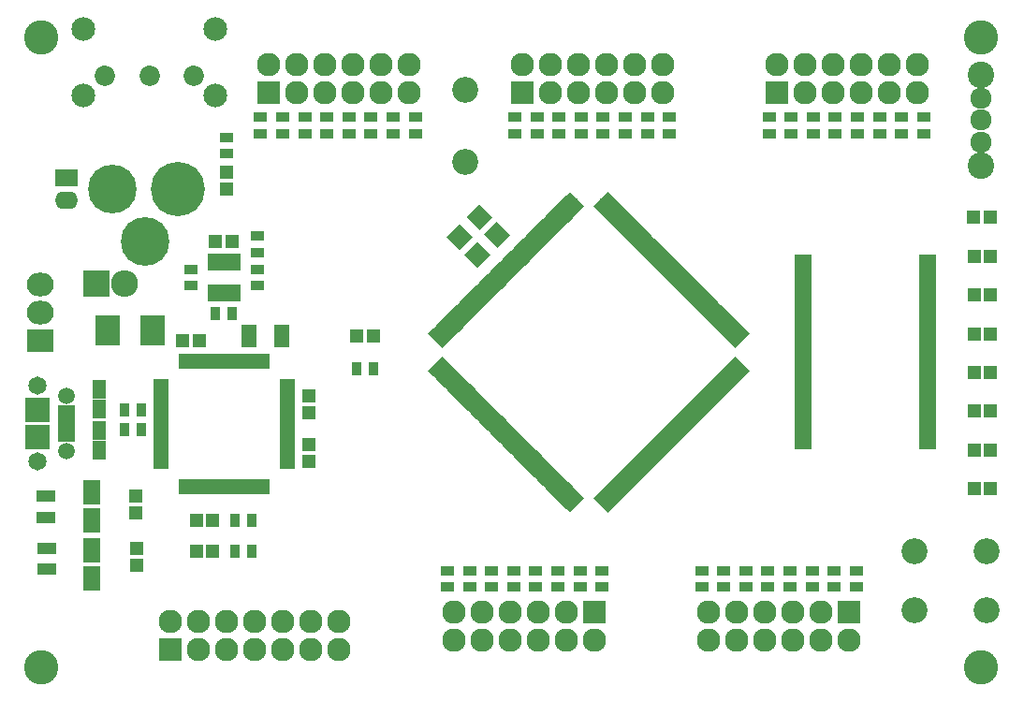
<source format=gts>
G04 #@! TF.GenerationSoftware,KiCad,Pcbnew,(2017-01-24 revision 0b6147e)-makepkg*
G04 #@! TF.CreationDate,2017-09-23T08:26:01-07:00*
G04 #@! TF.ProjectId,Spartan6Dev,5370617274616E364465762E6B696361,rev?*
G04 #@! TF.FileFunction,Soldermask,Top*
G04 #@! TF.FilePolarity,Negative*
%FSLAX46Y46*%
G04 Gerber Fmt 4.6, Leading zero omitted, Abs format (unit mm)*
G04 Created by KiCad (PCBNEW (2017-01-24 revision 0b6147e)-makepkg) date 09/23/17 08:26:01*
%MOMM*%
%LPD*%
G01*
G04 APERTURE LIST*
%ADD10C,0.100000*%
%ADD11C,0.650000*%
%ADD12R,2.127200X2.127200*%
%ADD13O,2.127200X2.127200*%
%ADD14R,1.400000X0.650000*%
%ADD15R,0.650000X1.400000*%
%ADD16R,1.300000X0.900000*%
%ADD17R,1.200000X1.150000*%
%ADD18R,1.150000X1.200000*%
%ADD19R,1.630000X2.200000*%
%ADD20R,1.400000X2.000000*%
%ADD21R,1.700000X1.100000*%
%ADD22R,1.197560X1.197560*%
%ADD23R,2.432000X2.127200*%
%ADD24O,2.432000X2.127200*%
%ADD25R,0.900000X1.300000*%
%ADD26R,2.300000X2.800000*%
%ADD27R,1.602740X0.652780*%
%ADD28R,2.299920X2.299920*%
%ADD29C,1.650006*%
%ADD30C,1.504000*%
%ADD31C,4.400000*%
%ADD32C,4.900000*%
%ADD33R,1.000000X1.500000*%
%ADD34R,1.600000X0.900000*%
%ADD35C,1.640000*%
%ADD36C,2.127200*%
%ADD37R,2.100000X1.600000*%
%ADD38O,2.100000X1.600000*%
%ADD39R,1.160000X1.670000*%
%ADD40C,3.100000*%
%ADD41R,2.432000X2.432000*%
%ADD42O,2.432000X2.432000*%
%ADD43C,1.924000*%
%ADD44C,2.400000*%
%ADD45C,2.350000*%
%ADD46C,1.850000*%
%ADD47C,2.150000*%
G04 APERTURE END LIST*
D10*
D11*
X97647161Y-107227208D03*
D10*
G36*
X98071425Y-106343325D02*
X98531044Y-106802944D01*
X97222897Y-108111091D01*
X96763278Y-107651472D01*
X98071425Y-106343325D01*
X98071425Y-106343325D01*
G37*
D11*
X97293607Y-106873654D03*
D10*
G36*
X97717871Y-105989771D02*
X98177490Y-106449390D01*
X96869343Y-107757537D01*
X96409724Y-107297918D01*
X97717871Y-105989771D01*
X97717871Y-105989771D01*
G37*
D11*
X96940054Y-106520101D03*
D10*
G36*
X97364318Y-105636218D02*
X97823937Y-106095837D01*
X96515790Y-107403984D01*
X96056171Y-106944365D01*
X97364318Y-105636218D01*
X97364318Y-105636218D01*
G37*
D11*
X96586501Y-106166548D03*
D10*
G36*
X97010765Y-105282665D02*
X97470384Y-105742284D01*
X96162237Y-107050431D01*
X95702618Y-106590812D01*
X97010765Y-105282665D01*
X97010765Y-105282665D01*
G37*
D11*
X96232947Y-105812994D03*
D10*
G36*
X96657211Y-104929111D02*
X97116830Y-105388730D01*
X95808683Y-106696877D01*
X95349064Y-106237258D01*
X96657211Y-104929111D01*
X96657211Y-104929111D01*
G37*
D11*
X95879394Y-105459441D03*
D10*
G36*
X96303658Y-104575558D02*
X96763277Y-105035177D01*
X95455130Y-106343324D01*
X94995511Y-105883705D01*
X96303658Y-104575558D01*
X96303658Y-104575558D01*
G37*
D11*
X95525841Y-105105887D03*
D10*
G36*
X95950105Y-104222004D02*
X96409724Y-104681623D01*
X95101577Y-105989770D01*
X94641958Y-105530151D01*
X95950105Y-104222004D01*
X95950105Y-104222004D01*
G37*
D11*
X95172287Y-104752334D03*
D10*
G36*
X95596551Y-103868451D02*
X96056170Y-104328070D01*
X94748023Y-105636217D01*
X94288404Y-105176598D01*
X95596551Y-103868451D01*
X95596551Y-103868451D01*
G37*
D11*
X94818734Y-104398781D03*
D10*
G36*
X95242998Y-103514898D02*
X95702617Y-103974517D01*
X94394470Y-105282664D01*
X93934851Y-104823045D01*
X95242998Y-103514898D01*
X95242998Y-103514898D01*
G37*
D11*
X94465180Y-104045227D03*
D10*
G36*
X94889444Y-103161344D02*
X95349063Y-103620963D01*
X94040916Y-104929110D01*
X93581297Y-104469491D01*
X94889444Y-103161344D01*
X94889444Y-103161344D01*
G37*
D11*
X94111627Y-103691674D03*
D10*
G36*
X94535891Y-102807791D02*
X94995510Y-103267410D01*
X93687363Y-104575557D01*
X93227744Y-104115938D01*
X94535891Y-102807791D01*
X94535891Y-102807791D01*
G37*
D11*
X93758074Y-103338120D03*
D10*
G36*
X94182338Y-102454237D02*
X94641957Y-102913856D01*
X93333810Y-104222003D01*
X92874191Y-103762384D01*
X94182338Y-102454237D01*
X94182338Y-102454237D01*
G37*
D11*
X93404520Y-102984567D03*
D10*
G36*
X93828784Y-102100684D02*
X94288403Y-102560303D01*
X92980256Y-103868450D01*
X92520637Y-103408831D01*
X93828784Y-102100684D01*
X93828784Y-102100684D01*
G37*
D11*
X93050967Y-102631014D03*
D10*
G36*
X93475231Y-101747131D02*
X93934850Y-102206750D01*
X92626703Y-103514897D01*
X92167084Y-103055278D01*
X93475231Y-101747131D01*
X93475231Y-101747131D01*
G37*
D11*
X92697413Y-102277460D03*
D10*
G36*
X93121677Y-101393577D02*
X93581296Y-101853196D01*
X92273149Y-103161343D01*
X91813530Y-102701724D01*
X93121677Y-101393577D01*
X93121677Y-101393577D01*
G37*
D11*
X92343860Y-101923907D03*
D10*
G36*
X92768124Y-101040024D02*
X93227743Y-101499643D01*
X91919596Y-102807790D01*
X91459977Y-102348171D01*
X92768124Y-101040024D01*
X92768124Y-101040024D01*
G37*
D11*
X91990307Y-101570354D03*
D10*
G36*
X92414571Y-100686471D02*
X92874190Y-101146090D01*
X91566043Y-102454237D01*
X91106424Y-101994618D01*
X92414571Y-100686471D01*
X92414571Y-100686471D01*
G37*
D11*
X91636753Y-101216800D03*
D10*
G36*
X92061017Y-100332917D02*
X92520636Y-100792536D01*
X91212489Y-102100683D01*
X90752870Y-101641064D01*
X92061017Y-100332917D01*
X92061017Y-100332917D01*
G37*
D11*
X91283200Y-100863247D03*
D10*
G36*
X91707464Y-99979364D02*
X92167083Y-100438983D01*
X90858936Y-101747130D01*
X90399317Y-101287511D01*
X91707464Y-99979364D01*
X91707464Y-99979364D01*
G37*
D11*
X90929646Y-100509693D03*
D10*
G36*
X91353910Y-99625810D02*
X91813529Y-100085429D01*
X90505382Y-101393576D01*
X90045763Y-100933957D01*
X91353910Y-99625810D01*
X91353910Y-99625810D01*
G37*
D11*
X90576093Y-100156140D03*
D10*
G36*
X91000357Y-99272257D02*
X91459976Y-99731876D01*
X90151829Y-101040023D01*
X89692210Y-100580404D01*
X91000357Y-99272257D01*
X91000357Y-99272257D01*
G37*
D11*
X90222540Y-99802587D03*
D10*
G36*
X90646804Y-98918704D02*
X91106423Y-99378323D01*
X89798276Y-100686470D01*
X89338657Y-100226851D01*
X90646804Y-98918704D01*
X90646804Y-98918704D01*
G37*
D11*
X89868986Y-99449033D03*
D10*
G36*
X90293250Y-98565150D02*
X90752869Y-99024769D01*
X89444722Y-100332916D01*
X88985103Y-99873297D01*
X90293250Y-98565150D01*
X90293250Y-98565150D01*
G37*
D11*
X89515433Y-99095480D03*
D10*
G36*
X89939697Y-98211597D02*
X90399316Y-98671216D01*
X89091169Y-99979363D01*
X88631550Y-99519744D01*
X89939697Y-98211597D01*
X89939697Y-98211597D01*
G37*
D11*
X89161880Y-98741926D03*
D10*
G36*
X89586144Y-97858043D02*
X90045763Y-98317662D01*
X88737616Y-99625809D01*
X88277997Y-99166190D01*
X89586144Y-97858043D01*
X89586144Y-97858043D01*
G37*
D11*
X88808326Y-98388373D03*
D10*
G36*
X89232590Y-97504490D02*
X89692209Y-97964109D01*
X88384062Y-99272256D01*
X87924443Y-98812637D01*
X89232590Y-97504490D01*
X89232590Y-97504490D01*
G37*
D11*
X88454773Y-98034820D03*
D10*
G36*
X88879037Y-97150937D02*
X89338656Y-97610556D01*
X88030509Y-98918703D01*
X87570890Y-98459084D01*
X88879037Y-97150937D01*
X88879037Y-97150937D01*
G37*
D11*
X88101219Y-97681266D03*
D10*
G36*
X88525483Y-96797383D02*
X88985102Y-97257002D01*
X87676955Y-98565149D01*
X87217336Y-98105530D01*
X88525483Y-96797383D01*
X88525483Y-96797383D01*
G37*
D11*
X87747666Y-97327713D03*
D10*
G36*
X88171930Y-96443830D02*
X88631549Y-96903449D01*
X87323402Y-98211596D01*
X86863783Y-97751977D01*
X88171930Y-96443830D01*
X88171930Y-96443830D01*
G37*
D11*
X87394113Y-96974159D03*
D10*
G36*
X87818377Y-96090276D02*
X88277996Y-96549895D01*
X86969849Y-97858042D01*
X86510230Y-97398423D01*
X87818377Y-96090276D01*
X87818377Y-96090276D01*
G37*
D11*
X87040559Y-96620606D03*
D10*
G36*
X87464823Y-95736723D02*
X87924442Y-96196342D01*
X86616295Y-97504489D01*
X86156676Y-97044870D01*
X87464823Y-95736723D01*
X87464823Y-95736723D01*
G37*
D11*
X86687006Y-96267053D03*
D10*
G36*
X87111270Y-95383170D02*
X87570889Y-95842789D01*
X86262742Y-97150936D01*
X85803123Y-96691317D01*
X87111270Y-95383170D01*
X87111270Y-95383170D01*
G37*
D11*
X86333452Y-95913499D03*
D10*
G36*
X86757716Y-95029616D02*
X87217335Y-95489235D01*
X85909188Y-96797382D01*
X85449569Y-96337763D01*
X86757716Y-95029616D01*
X86757716Y-95029616D01*
G37*
D11*
X85979899Y-95559946D03*
D10*
G36*
X86404163Y-94676063D02*
X86863782Y-95135682D01*
X85555635Y-96443829D01*
X85096016Y-95984210D01*
X86404163Y-94676063D01*
X86404163Y-94676063D01*
G37*
D11*
X85626346Y-95206393D03*
D10*
G36*
X86050610Y-94322510D02*
X86510229Y-94782129D01*
X85202082Y-96090276D01*
X84742463Y-95630657D01*
X86050610Y-94322510D01*
X86050610Y-94322510D01*
G37*
D11*
X85272792Y-94852839D03*
D10*
G36*
X85697056Y-93968956D02*
X86156675Y-94428575D01*
X84848528Y-95736722D01*
X84388909Y-95277103D01*
X85697056Y-93968956D01*
X85697056Y-93968956D01*
G37*
D11*
X82727208Y-94852839D03*
D10*
G36*
X81843325Y-94428575D02*
X82302944Y-93968956D01*
X83611091Y-95277103D01*
X83151472Y-95736722D01*
X81843325Y-94428575D01*
X81843325Y-94428575D01*
G37*
D11*
X82373654Y-95206393D03*
D10*
G36*
X81489771Y-94782129D02*
X81949390Y-94322510D01*
X83257537Y-95630657D01*
X82797918Y-96090276D01*
X81489771Y-94782129D01*
X81489771Y-94782129D01*
G37*
D11*
X82020101Y-95559946D03*
D10*
G36*
X81136218Y-95135682D02*
X81595837Y-94676063D01*
X82903984Y-95984210D01*
X82444365Y-96443829D01*
X81136218Y-95135682D01*
X81136218Y-95135682D01*
G37*
D11*
X81666548Y-95913499D03*
D10*
G36*
X80782665Y-95489235D02*
X81242284Y-95029616D01*
X82550431Y-96337763D01*
X82090812Y-96797382D01*
X80782665Y-95489235D01*
X80782665Y-95489235D01*
G37*
D11*
X81312994Y-96267053D03*
D10*
G36*
X80429111Y-95842789D02*
X80888730Y-95383170D01*
X82196877Y-96691317D01*
X81737258Y-97150936D01*
X80429111Y-95842789D01*
X80429111Y-95842789D01*
G37*
D11*
X80959441Y-96620606D03*
D10*
G36*
X80075558Y-96196342D02*
X80535177Y-95736723D01*
X81843324Y-97044870D01*
X81383705Y-97504489D01*
X80075558Y-96196342D01*
X80075558Y-96196342D01*
G37*
D11*
X80605887Y-96974159D03*
D10*
G36*
X79722004Y-96549895D02*
X80181623Y-96090276D01*
X81489770Y-97398423D01*
X81030151Y-97858042D01*
X79722004Y-96549895D01*
X79722004Y-96549895D01*
G37*
D11*
X80252334Y-97327713D03*
D10*
G36*
X79368451Y-96903449D02*
X79828070Y-96443830D01*
X81136217Y-97751977D01*
X80676598Y-98211596D01*
X79368451Y-96903449D01*
X79368451Y-96903449D01*
G37*
D11*
X79898781Y-97681266D03*
D10*
G36*
X79014898Y-97257002D02*
X79474517Y-96797383D01*
X80782664Y-98105530D01*
X80323045Y-98565149D01*
X79014898Y-97257002D01*
X79014898Y-97257002D01*
G37*
D11*
X79545227Y-98034820D03*
D10*
G36*
X78661344Y-97610556D02*
X79120963Y-97150937D01*
X80429110Y-98459084D01*
X79969491Y-98918703D01*
X78661344Y-97610556D01*
X78661344Y-97610556D01*
G37*
D11*
X79191674Y-98388373D03*
D10*
G36*
X78307791Y-97964109D02*
X78767410Y-97504490D01*
X80075557Y-98812637D01*
X79615938Y-99272256D01*
X78307791Y-97964109D01*
X78307791Y-97964109D01*
G37*
D11*
X78838120Y-98741926D03*
D10*
G36*
X77954237Y-98317662D02*
X78413856Y-97858043D01*
X79722003Y-99166190D01*
X79262384Y-99625809D01*
X77954237Y-98317662D01*
X77954237Y-98317662D01*
G37*
D11*
X78484567Y-99095480D03*
D10*
G36*
X77600684Y-98671216D02*
X78060303Y-98211597D01*
X79368450Y-99519744D01*
X78908831Y-99979363D01*
X77600684Y-98671216D01*
X77600684Y-98671216D01*
G37*
D11*
X78131014Y-99449033D03*
D10*
G36*
X77247131Y-99024769D02*
X77706750Y-98565150D01*
X79014897Y-99873297D01*
X78555278Y-100332916D01*
X77247131Y-99024769D01*
X77247131Y-99024769D01*
G37*
D11*
X77777460Y-99802587D03*
D10*
G36*
X76893577Y-99378323D02*
X77353196Y-98918704D01*
X78661343Y-100226851D01*
X78201724Y-100686470D01*
X76893577Y-99378323D01*
X76893577Y-99378323D01*
G37*
D11*
X77423907Y-100156140D03*
D10*
G36*
X76540024Y-99731876D02*
X76999643Y-99272257D01*
X78307790Y-100580404D01*
X77848171Y-101040023D01*
X76540024Y-99731876D01*
X76540024Y-99731876D01*
G37*
D11*
X77070354Y-100509693D03*
D10*
G36*
X76186471Y-100085429D02*
X76646090Y-99625810D01*
X77954237Y-100933957D01*
X77494618Y-101393576D01*
X76186471Y-100085429D01*
X76186471Y-100085429D01*
G37*
D11*
X76716800Y-100863247D03*
D10*
G36*
X75832917Y-100438983D02*
X76292536Y-99979364D01*
X77600683Y-101287511D01*
X77141064Y-101747130D01*
X75832917Y-100438983D01*
X75832917Y-100438983D01*
G37*
D11*
X76363247Y-101216800D03*
D10*
G36*
X75479364Y-100792536D02*
X75938983Y-100332917D01*
X77247130Y-101641064D01*
X76787511Y-102100683D01*
X75479364Y-100792536D01*
X75479364Y-100792536D01*
G37*
D11*
X76009693Y-101570354D03*
D10*
G36*
X75125810Y-101146090D02*
X75585429Y-100686471D01*
X76893576Y-101994618D01*
X76433957Y-102454237D01*
X75125810Y-101146090D01*
X75125810Y-101146090D01*
G37*
D11*
X75656140Y-101923907D03*
D10*
G36*
X74772257Y-101499643D02*
X75231876Y-101040024D01*
X76540023Y-102348171D01*
X76080404Y-102807790D01*
X74772257Y-101499643D01*
X74772257Y-101499643D01*
G37*
D11*
X75302587Y-102277460D03*
D10*
G36*
X74418704Y-101853196D02*
X74878323Y-101393577D01*
X76186470Y-102701724D01*
X75726851Y-103161343D01*
X74418704Y-101853196D01*
X74418704Y-101853196D01*
G37*
D11*
X74949033Y-102631014D03*
D10*
G36*
X74065150Y-102206750D02*
X74524769Y-101747131D01*
X75832916Y-103055278D01*
X75373297Y-103514897D01*
X74065150Y-102206750D01*
X74065150Y-102206750D01*
G37*
D11*
X74595480Y-102984567D03*
D10*
G36*
X73711597Y-102560303D02*
X74171216Y-102100684D01*
X75479363Y-103408831D01*
X75019744Y-103868450D01*
X73711597Y-102560303D01*
X73711597Y-102560303D01*
G37*
D11*
X74241926Y-103338120D03*
D10*
G36*
X73358043Y-102913856D02*
X73817662Y-102454237D01*
X75125809Y-103762384D01*
X74666190Y-104222003D01*
X73358043Y-102913856D01*
X73358043Y-102913856D01*
G37*
D11*
X73888373Y-103691674D03*
D10*
G36*
X73004490Y-103267410D02*
X73464109Y-102807791D01*
X74772256Y-104115938D01*
X74312637Y-104575557D01*
X73004490Y-103267410D01*
X73004490Y-103267410D01*
G37*
D11*
X73534820Y-104045227D03*
D10*
G36*
X72650937Y-103620963D02*
X73110556Y-103161344D01*
X74418703Y-104469491D01*
X73959084Y-104929110D01*
X72650937Y-103620963D01*
X72650937Y-103620963D01*
G37*
D11*
X73181266Y-104398781D03*
D10*
G36*
X72297383Y-103974517D02*
X72757002Y-103514898D01*
X74065149Y-104823045D01*
X73605530Y-105282664D01*
X72297383Y-103974517D01*
X72297383Y-103974517D01*
G37*
D11*
X72827713Y-104752334D03*
D10*
G36*
X71943830Y-104328070D02*
X72403449Y-103868451D01*
X73711596Y-105176598D01*
X73251977Y-105636217D01*
X71943830Y-104328070D01*
X71943830Y-104328070D01*
G37*
D11*
X72474159Y-105105887D03*
D10*
G36*
X71590276Y-104681623D02*
X72049895Y-104222004D01*
X73358042Y-105530151D01*
X72898423Y-105989770D01*
X71590276Y-104681623D01*
X71590276Y-104681623D01*
G37*
D11*
X72120606Y-105459441D03*
D10*
G36*
X71236723Y-105035177D02*
X71696342Y-104575558D01*
X73004489Y-105883705D01*
X72544870Y-106343324D01*
X71236723Y-105035177D01*
X71236723Y-105035177D01*
G37*
D11*
X71767053Y-105812994D03*
D10*
G36*
X70883170Y-105388730D02*
X71342789Y-104929111D01*
X72650936Y-106237258D01*
X72191317Y-106696877D01*
X70883170Y-105388730D01*
X70883170Y-105388730D01*
G37*
D11*
X71413499Y-106166548D03*
D10*
G36*
X70529616Y-105742284D02*
X70989235Y-105282665D01*
X72297382Y-106590812D01*
X71837763Y-107050431D01*
X70529616Y-105742284D01*
X70529616Y-105742284D01*
G37*
D11*
X71059946Y-106520101D03*
D10*
G36*
X70176063Y-106095837D02*
X70635682Y-105636218D01*
X71943829Y-106944365D01*
X71484210Y-107403984D01*
X70176063Y-106095837D01*
X70176063Y-106095837D01*
G37*
D11*
X70706393Y-106873654D03*
D10*
G36*
X69822510Y-106449390D02*
X70282129Y-105989771D01*
X71590276Y-107297918D01*
X71130657Y-107757537D01*
X69822510Y-106449390D01*
X69822510Y-106449390D01*
G37*
D11*
X70352839Y-107227208D03*
D10*
G36*
X69468956Y-106802944D02*
X69928575Y-106343325D01*
X71236722Y-107651472D01*
X70777103Y-108111091D01*
X69468956Y-106802944D01*
X69468956Y-106802944D01*
G37*
D11*
X70352839Y-109772792D03*
D10*
G36*
X70777103Y-108888909D02*
X71236722Y-109348528D01*
X69928575Y-110656675D01*
X69468956Y-110197056D01*
X70777103Y-108888909D01*
X70777103Y-108888909D01*
G37*
D11*
X70706393Y-110126346D03*
D10*
G36*
X71130657Y-109242463D02*
X71590276Y-109702082D01*
X70282129Y-111010229D01*
X69822510Y-110550610D01*
X71130657Y-109242463D01*
X71130657Y-109242463D01*
G37*
D11*
X71059946Y-110479899D03*
D10*
G36*
X71484210Y-109596016D02*
X71943829Y-110055635D01*
X70635682Y-111363782D01*
X70176063Y-110904163D01*
X71484210Y-109596016D01*
X71484210Y-109596016D01*
G37*
D11*
X71413499Y-110833452D03*
D10*
G36*
X71837763Y-109949569D02*
X72297382Y-110409188D01*
X70989235Y-111717335D01*
X70529616Y-111257716D01*
X71837763Y-109949569D01*
X71837763Y-109949569D01*
G37*
D11*
X71767053Y-111187006D03*
D10*
G36*
X72191317Y-110303123D02*
X72650936Y-110762742D01*
X71342789Y-112070889D01*
X70883170Y-111611270D01*
X72191317Y-110303123D01*
X72191317Y-110303123D01*
G37*
D11*
X72120606Y-111540559D03*
D10*
G36*
X72544870Y-110656676D02*
X73004489Y-111116295D01*
X71696342Y-112424442D01*
X71236723Y-111964823D01*
X72544870Y-110656676D01*
X72544870Y-110656676D01*
G37*
D11*
X72474159Y-111894113D03*
D10*
G36*
X72898423Y-111010230D02*
X73358042Y-111469849D01*
X72049895Y-112777996D01*
X71590276Y-112318377D01*
X72898423Y-111010230D01*
X72898423Y-111010230D01*
G37*
D11*
X72827713Y-112247666D03*
D10*
G36*
X73251977Y-111363783D02*
X73711596Y-111823402D01*
X72403449Y-113131549D01*
X71943830Y-112671930D01*
X73251977Y-111363783D01*
X73251977Y-111363783D01*
G37*
D11*
X73181266Y-112601219D03*
D10*
G36*
X73605530Y-111717336D02*
X74065149Y-112176955D01*
X72757002Y-113485102D01*
X72297383Y-113025483D01*
X73605530Y-111717336D01*
X73605530Y-111717336D01*
G37*
D11*
X73534820Y-112954773D03*
D10*
G36*
X73959084Y-112070890D02*
X74418703Y-112530509D01*
X73110556Y-113838656D01*
X72650937Y-113379037D01*
X73959084Y-112070890D01*
X73959084Y-112070890D01*
G37*
D11*
X73888373Y-113308326D03*
D10*
G36*
X74312637Y-112424443D02*
X74772256Y-112884062D01*
X73464109Y-114192209D01*
X73004490Y-113732590D01*
X74312637Y-112424443D01*
X74312637Y-112424443D01*
G37*
D11*
X74241926Y-113661880D03*
D10*
G36*
X74666190Y-112777997D02*
X75125809Y-113237616D01*
X73817662Y-114545763D01*
X73358043Y-114086144D01*
X74666190Y-112777997D01*
X74666190Y-112777997D01*
G37*
D11*
X74595480Y-114015433D03*
D10*
G36*
X75019744Y-113131550D02*
X75479363Y-113591169D01*
X74171216Y-114899316D01*
X73711597Y-114439697D01*
X75019744Y-113131550D01*
X75019744Y-113131550D01*
G37*
D11*
X74949033Y-114368986D03*
D10*
G36*
X75373297Y-113485103D02*
X75832916Y-113944722D01*
X74524769Y-115252869D01*
X74065150Y-114793250D01*
X75373297Y-113485103D01*
X75373297Y-113485103D01*
G37*
D11*
X75302587Y-114722540D03*
D10*
G36*
X75726851Y-113838657D02*
X76186470Y-114298276D01*
X74878323Y-115606423D01*
X74418704Y-115146804D01*
X75726851Y-113838657D01*
X75726851Y-113838657D01*
G37*
D11*
X75656140Y-115076093D03*
D10*
G36*
X76080404Y-114192210D02*
X76540023Y-114651829D01*
X75231876Y-115959976D01*
X74772257Y-115500357D01*
X76080404Y-114192210D01*
X76080404Y-114192210D01*
G37*
D11*
X76009693Y-115429646D03*
D10*
G36*
X76433957Y-114545763D02*
X76893576Y-115005382D01*
X75585429Y-116313529D01*
X75125810Y-115853910D01*
X76433957Y-114545763D01*
X76433957Y-114545763D01*
G37*
D11*
X76363247Y-115783200D03*
D10*
G36*
X76787511Y-114899317D02*
X77247130Y-115358936D01*
X75938983Y-116667083D01*
X75479364Y-116207464D01*
X76787511Y-114899317D01*
X76787511Y-114899317D01*
G37*
D11*
X76716800Y-116136753D03*
D10*
G36*
X77141064Y-115252870D02*
X77600683Y-115712489D01*
X76292536Y-117020636D01*
X75832917Y-116561017D01*
X77141064Y-115252870D01*
X77141064Y-115252870D01*
G37*
D11*
X77070354Y-116490307D03*
D10*
G36*
X77494618Y-115606424D02*
X77954237Y-116066043D01*
X76646090Y-117374190D01*
X76186471Y-116914571D01*
X77494618Y-115606424D01*
X77494618Y-115606424D01*
G37*
D11*
X77423907Y-116843860D03*
D10*
G36*
X77848171Y-115959977D02*
X78307790Y-116419596D01*
X76999643Y-117727743D01*
X76540024Y-117268124D01*
X77848171Y-115959977D01*
X77848171Y-115959977D01*
G37*
D11*
X77777460Y-117197413D03*
D10*
G36*
X78201724Y-116313530D02*
X78661343Y-116773149D01*
X77353196Y-118081296D01*
X76893577Y-117621677D01*
X78201724Y-116313530D01*
X78201724Y-116313530D01*
G37*
D11*
X78131014Y-117550967D03*
D10*
G36*
X78555278Y-116667084D02*
X79014897Y-117126703D01*
X77706750Y-118434850D01*
X77247131Y-117975231D01*
X78555278Y-116667084D01*
X78555278Y-116667084D01*
G37*
D11*
X78484567Y-117904520D03*
D10*
G36*
X78908831Y-117020637D02*
X79368450Y-117480256D01*
X78060303Y-118788403D01*
X77600684Y-118328784D01*
X78908831Y-117020637D01*
X78908831Y-117020637D01*
G37*
D11*
X78838120Y-118258074D03*
D10*
G36*
X79262384Y-117374191D02*
X79722003Y-117833810D01*
X78413856Y-119141957D01*
X77954237Y-118682338D01*
X79262384Y-117374191D01*
X79262384Y-117374191D01*
G37*
D11*
X79191674Y-118611627D03*
D10*
G36*
X79615938Y-117727744D02*
X80075557Y-118187363D01*
X78767410Y-119495510D01*
X78307791Y-119035891D01*
X79615938Y-117727744D01*
X79615938Y-117727744D01*
G37*
D11*
X79545227Y-118965180D03*
D10*
G36*
X79969491Y-118081297D02*
X80429110Y-118540916D01*
X79120963Y-119849063D01*
X78661344Y-119389444D01*
X79969491Y-118081297D01*
X79969491Y-118081297D01*
G37*
D11*
X79898781Y-119318734D03*
D10*
G36*
X80323045Y-118434851D02*
X80782664Y-118894470D01*
X79474517Y-120202617D01*
X79014898Y-119742998D01*
X80323045Y-118434851D01*
X80323045Y-118434851D01*
G37*
D11*
X80252334Y-119672287D03*
D10*
G36*
X80676598Y-118788404D02*
X81136217Y-119248023D01*
X79828070Y-120556170D01*
X79368451Y-120096551D01*
X80676598Y-118788404D01*
X80676598Y-118788404D01*
G37*
D11*
X80605887Y-120025841D03*
D10*
G36*
X81030151Y-119141958D02*
X81489770Y-119601577D01*
X80181623Y-120909724D01*
X79722004Y-120450105D01*
X81030151Y-119141958D01*
X81030151Y-119141958D01*
G37*
D11*
X80959441Y-120379394D03*
D10*
G36*
X81383705Y-119495511D02*
X81843324Y-119955130D01*
X80535177Y-121263277D01*
X80075558Y-120803658D01*
X81383705Y-119495511D01*
X81383705Y-119495511D01*
G37*
D11*
X81312994Y-120732947D03*
D10*
G36*
X81737258Y-119849064D02*
X82196877Y-120308683D01*
X80888730Y-121616830D01*
X80429111Y-121157211D01*
X81737258Y-119849064D01*
X81737258Y-119849064D01*
G37*
D11*
X81666548Y-121086501D03*
D10*
G36*
X82090812Y-120202618D02*
X82550431Y-120662237D01*
X81242284Y-121970384D01*
X80782665Y-121510765D01*
X82090812Y-120202618D01*
X82090812Y-120202618D01*
G37*
D11*
X82020101Y-121440054D03*
D10*
G36*
X82444365Y-120556171D02*
X82903984Y-121015790D01*
X81595837Y-122323937D01*
X81136218Y-121864318D01*
X82444365Y-120556171D01*
X82444365Y-120556171D01*
G37*
D11*
X82373654Y-121793607D03*
D10*
G36*
X82797918Y-120909724D02*
X83257537Y-121369343D01*
X81949390Y-122677490D01*
X81489771Y-122217871D01*
X82797918Y-120909724D01*
X82797918Y-120909724D01*
G37*
D11*
X82727208Y-122147161D03*
D10*
G36*
X83151472Y-121263278D02*
X83611091Y-121722897D01*
X82302944Y-123031044D01*
X81843325Y-122571425D01*
X83151472Y-121263278D01*
X83151472Y-121263278D01*
G37*
D11*
X85272792Y-122147161D03*
D10*
G36*
X84388909Y-121722897D02*
X84848528Y-121263278D01*
X86156675Y-122571425D01*
X85697056Y-123031044D01*
X84388909Y-121722897D01*
X84388909Y-121722897D01*
G37*
D11*
X85626346Y-121793607D03*
D10*
G36*
X84742463Y-121369343D02*
X85202082Y-120909724D01*
X86510229Y-122217871D01*
X86050610Y-122677490D01*
X84742463Y-121369343D01*
X84742463Y-121369343D01*
G37*
D11*
X85979899Y-121440054D03*
D10*
G36*
X85096016Y-121015790D02*
X85555635Y-120556171D01*
X86863782Y-121864318D01*
X86404163Y-122323937D01*
X85096016Y-121015790D01*
X85096016Y-121015790D01*
G37*
D11*
X86333452Y-121086501D03*
D10*
G36*
X85449569Y-120662237D02*
X85909188Y-120202618D01*
X87217335Y-121510765D01*
X86757716Y-121970384D01*
X85449569Y-120662237D01*
X85449569Y-120662237D01*
G37*
D11*
X86687006Y-120732947D03*
D10*
G36*
X85803123Y-120308683D02*
X86262742Y-119849064D01*
X87570889Y-121157211D01*
X87111270Y-121616830D01*
X85803123Y-120308683D01*
X85803123Y-120308683D01*
G37*
D11*
X87040559Y-120379394D03*
D10*
G36*
X86156676Y-119955130D02*
X86616295Y-119495511D01*
X87924442Y-120803658D01*
X87464823Y-121263277D01*
X86156676Y-119955130D01*
X86156676Y-119955130D01*
G37*
D11*
X87394113Y-120025841D03*
D10*
G36*
X86510230Y-119601577D02*
X86969849Y-119141958D01*
X88277996Y-120450105D01*
X87818377Y-120909724D01*
X86510230Y-119601577D01*
X86510230Y-119601577D01*
G37*
D11*
X87747666Y-119672287D03*
D10*
G36*
X86863783Y-119248023D02*
X87323402Y-118788404D01*
X88631549Y-120096551D01*
X88171930Y-120556170D01*
X86863783Y-119248023D01*
X86863783Y-119248023D01*
G37*
D11*
X88101219Y-119318734D03*
D10*
G36*
X87217336Y-118894470D02*
X87676955Y-118434851D01*
X88985102Y-119742998D01*
X88525483Y-120202617D01*
X87217336Y-118894470D01*
X87217336Y-118894470D01*
G37*
D11*
X88454773Y-118965180D03*
D10*
G36*
X87570890Y-118540916D02*
X88030509Y-118081297D01*
X89338656Y-119389444D01*
X88879037Y-119849063D01*
X87570890Y-118540916D01*
X87570890Y-118540916D01*
G37*
D11*
X88808326Y-118611627D03*
D10*
G36*
X87924443Y-118187363D02*
X88384062Y-117727744D01*
X89692209Y-119035891D01*
X89232590Y-119495510D01*
X87924443Y-118187363D01*
X87924443Y-118187363D01*
G37*
D11*
X89161880Y-118258074D03*
D10*
G36*
X88277997Y-117833810D02*
X88737616Y-117374191D01*
X90045763Y-118682338D01*
X89586144Y-119141957D01*
X88277997Y-117833810D01*
X88277997Y-117833810D01*
G37*
D11*
X89515433Y-117904520D03*
D10*
G36*
X88631550Y-117480256D02*
X89091169Y-117020637D01*
X90399316Y-118328784D01*
X89939697Y-118788403D01*
X88631550Y-117480256D01*
X88631550Y-117480256D01*
G37*
D11*
X89868986Y-117550967D03*
D10*
G36*
X88985103Y-117126703D02*
X89444722Y-116667084D01*
X90752869Y-117975231D01*
X90293250Y-118434850D01*
X88985103Y-117126703D01*
X88985103Y-117126703D01*
G37*
D11*
X90222540Y-117197413D03*
D10*
G36*
X89338657Y-116773149D02*
X89798276Y-116313530D01*
X91106423Y-117621677D01*
X90646804Y-118081296D01*
X89338657Y-116773149D01*
X89338657Y-116773149D01*
G37*
D11*
X90576093Y-116843860D03*
D10*
G36*
X89692210Y-116419596D02*
X90151829Y-115959977D01*
X91459976Y-117268124D01*
X91000357Y-117727743D01*
X89692210Y-116419596D01*
X89692210Y-116419596D01*
G37*
D11*
X90929646Y-116490307D03*
D10*
G36*
X90045763Y-116066043D02*
X90505382Y-115606424D01*
X91813529Y-116914571D01*
X91353910Y-117374190D01*
X90045763Y-116066043D01*
X90045763Y-116066043D01*
G37*
D11*
X91283200Y-116136753D03*
D10*
G36*
X90399317Y-115712489D02*
X90858936Y-115252870D01*
X92167083Y-116561017D01*
X91707464Y-117020636D01*
X90399317Y-115712489D01*
X90399317Y-115712489D01*
G37*
D11*
X91636753Y-115783200D03*
D10*
G36*
X90752870Y-115358936D02*
X91212489Y-114899317D01*
X92520636Y-116207464D01*
X92061017Y-116667083D01*
X90752870Y-115358936D01*
X90752870Y-115358936D01*
G37*
D11*
X91990307Y-115429646D03*
D10*
G36*
X91106424Y-115005382D02*
X91566043Y-114545763D01*
X92874190Y-115853910D01*
X92414571Y-116313529D01*
X91106424Y-115005382D01*
X91106424Y-115005382D01*
G37*
D11*
X92343860Y-115076093D03*
D10*
G36*
X91459977Y-114651829D02*
X91919596Y-114192210D01*
X93227743Y-115500357D01*
X92768124Y-115959976D01*
X91459977Y-114651829D01*
X91459977Y-114651829D01*
G37*
D11*
X92697413Y-114722540D03*
D10*
G36*
X91813530Y-114298276D02*
X92273149Y-113838657D01*
X93581296Y-115146804D01*
X93121677Y-115606423D01*
X91813530Y-114298276D01*
X91813530Y-114298276D01*
G37*
D11*
X93050967Y-114368986D03*
D10*
G36*
X92167084Y-113944722D02*
X92626703Y-113485103D01*
X93934850Y-114793250D01*
X93475231Y-115252869D01*
X92167084Y-113944722D01*
X92167084Y-113944722D01*
G37*
D11*
X93404520Y-114015433D03*
D10*
G36*
X92520637Y-113591169D02*
X92980256Y-113131550D01*
X94288403Y-114439697D01*
X93828784Y-114899316D01*
X92520637Y-113591169D01*
X92520637Y-113591169D01*
G37*
D11*
X93758074Y-113661880D03*
D10*
G36*
X92874191Y-113237616D02*
X93333810Y-112777997D01*
X94641957Y-114086144D01*
X94182338Y-114545763D01*
X92874191Y-113237616D01*
X92874191Y-113237616D01*
G37*
D11*
X94111627Y-113308326D03*
D10*
G36*
X93227744Y-112884062D02*
X93687363Y-112424443D01*
X94995510Y-113732590D01*
X94535891Y-114192209D01*
X93227744Y-112884062D01*
X93227744Y-112884062D01*
G37*
D11*
X94465180Y-112954773D03*
D10*
G36*
X93581297Y-112530509D02*
X94040916Y-112070890D01*
X95349063Y-113379037D01*
X94889444Y-113838656D01*
X93581297Y-112530509D01*
X93581297Y-112530509D01*
G37*
D11*
X94818734Y-112601219D03*
D10*
G36*
X93934851Y-112176955D02*
X94394470Y-111717336D01*
X95702617Y-113025483D01*
X95242998Y-113485102D01*
X93934851Y-112176955D01*
X93934851Y-112176955D01*
G37*
D11*
X95172287Y-112247666D03*
D10*
G36*
X94288404Y-111823402D02*
X94748023Y-111363783D01*
X96056170Y-112671930D01*
X95596551Y-113131549D01*
X94288404Y-111823402D01*
X94288404Y-111823402D01*
G37*
D11*
X95525841Y-111894113D03*
D10*
G36*
X94641958Y-111469849D02*
X95101577Y-111010230D01*
X96409724Y-112318377D01*
X95950105Y-112777996D01*
X94641958Y-111469849D01*
X94641958Y-111469849D01*
G37*
D11*
X95879394Y-111540559D03*
D10*
G36*
X94995511Y-111116295D02*
X95455130Y-110656676D01*
X96763277Y-111964823D01*
X96303658Y-112424442D01*
X94995511Y-111116295D01*
X94995511Y-111116295D01*
G37*
D11*
X96232947Y-111187006D03*
D10*
G36*
X95349064Y-110762742D02*
X95808683Y-110303123D01*
X97116830Y-111611270D01*
X96657211Y-112070889D01*
X95349064Y-110762742D01*
X95349064Y-110762742D01*
G37*
D11*
X96586501Y-110833452D03*
D10*
G36*
X95702618Y-110409188D02*
X96162237Y-109949569D01*
X97470384Y-111257716D01*
X97010765Y-111717335D01*
X95702618Y-110409188D01*
X95702618Y-110409188D01*
G37*
D11*
X96940054Y-110479899D03*
D10*
G36*
X96056171Y-110055635D02*
X96515790Y-109596016D01*
X97823937Y-110904163D01*
X97364318Y-111363782D01*
X96056171Y-110055635D01*
X96056171Y-110055635D01*
G37*
D11*
X97293607Y-110126346D03*
D10*
G36*
X96409724Y-109702082D02*
X96869343Y-109242463D01*
X98177490Y-110550610D01*
X97717871Y-111010229D01*
X96409724Y-109702082D01*
X96409724Y-109702082D01*
G37*
D11*
X97647161Y-109772792D03*
D10*
G36*
X96763278Y-109348528D02*
X97222897Y-108888909D01*
X98531044Y-110197056D01*
X98071425Y-110656675D01*
X96763278Y-109348528D01*
X96763278Y-109348528D01*
G37*
D12*
X46140000Y-135390000D03*
D13*
X46140000Y-132850000D03*
X48680000Y-135390000D03*
X48680000Y-132850000D03*
X51220000Y-135390000D03*
X51220000Y-132850000D03*
X53760000Y-135390000D03*
X53760000Y-132850000D03*
X56300000Y-135390000D03*
X56300000Y-132850000D03*
X58840000Y-135390000D03*
X58840000Y-132850000D03*
X61380000Y-135390000D03*
X61380000Y-132850000D03*
D14*
X45300000Y-111250000D03*
X45300000Y-111750000D03*
X45300000Y-112250000D03*
X45300000Y-112750000D03*
X45300000Y-113250000D03*
X45300000Y-113750000D03*
X45300000Y-114250000D03*
X45300000Y-114750000D03*
X45300000Y-115250000D03*
X45300000Y-115750000D03*
X45300000Y-116250000D03*
X45300000Y-116750000D03*
X45300000Y-117250000D03*
X45300000Y-117750000D03*
X45300000Y-118250000D03*
X45300000Y-118750000D03*
D15*
X47250000Y-120700000D03*
X47750000Y-120700000D03*
X48250000Y-120700000D03*
X48750000Y-120700000D03*
X49250000Y-120700000D03*
X49750000Y-120700000D03*
X50250000Y-120700000D03*
X50750000Y-120700000D03*
X51250000Y-120700000D03*
X51750000Y-120700000D03*
X52250000Y-120700000D03*
X52750000Y-120700000D03*
X53250000Y-120700000D03*
X53750000Y-120700000D03*
X54250000Y-120700000D03*
X54750000Y-120700000D03*
D14*
X56700000Y-118750000D03*
X56700000Y-118250000D03*
X56700000Y-117750000D03*
X56700000Y-117250000D03*
X56700000Y-116750000D03*
X56700000Y-116250000D03*
X56700000Y-115750000D03*
X56700000Y-115250000D03*
X56700000Y-114750000D03*
X56700000Y-114250000D03*
X56700000Y-113750000D03*
X56700000Y-113250000D03*
X56700000Y-112750000D03*
X56700000Y-112250000D03*
X56700000Y-111750000D03*
X56700000Y-111250000D03*
D15*
X54750000Y-109300000D03*
X54250000Y-109300000D03*
X53750000Y-109300000D03*
X53250000Y-109300000D03*
X52750000Y-109300000D03*
X52250000Y-109300000D03*
X51750000Y-109300000D03*
X51250000Y-109300000D03*
X50750000Y-109300000D03*
X50250000Y-109300000D03*
X49750000Y-109300000D03*
X49250000Y-109300000D03*
X48750000Y-109300000D03*
X48250000Y-109300000D03*
X47750000Y-109300000D03*
X47250000Y-109300000D03*
D16*
X51200000Y-89050000D03*
X51200000Y-90550000D03*
D17*
X51750000Y-98500000D03*
X50250000Y-98500000D03*
X47250000Y-107500000D03*
X48750000Y-107500000D03*
D18*
X58660000Y-116900000D03*
X58660000Y-118400000D03*
D19*
X39000000Y-123760000D03*
X39000000Y-121140000D03*
D20*
X53250000Y-107000000D03*
X56250000Y-107000000D03*
D19*
X39000000Y-129010000D03*
X39000000Y-126390000D03*
D18*
X58650000Y-112450000D03*
X58650000Y-113950000D03*
X43000000Y-121500000D03*
X43000000Y-123000000D03*
X43100000Y-127800000D03*
X43100000Y-126300000D03*
D21*
X34900000Y-121550000D03*
X34900000Y-123450000D03*
X35000000Y-126250000D03*
X35000000Y-128150000D03*
D22*
X120329300Y-96300000D03*
X118830700Y-96300000D03*
X118850700Y-99850000D03*
X120349300Y-99850000D03*
X120349300Y-103350000D03*
X118850700Y-103350000D03*
X120349300Y-106850000D03*
X118850700Y-106850000D03*
X118850700Y-110350000D03*
X120349300Y-110350000D03*
X120349300Y-113850000D03*
X118850700Y-113850000D03*
X118850700Y-117350000D03*
X120349300Y-117350000D03*
X120349300Y-120850000D03*
X118850700Y-120850000D03*
X64499300Y-107000000D03*
X63000700Y-107000000D03*
X48500700Y-126500000D03*
X49999300Y-126500000D03*
X49999300Y-123750000D03*
X48500700Y-123750000D03*
X51200000Y-92250700D03*
X51200000Y-93749300D03*
D23*
X34400000Y-107500000D03*
D24*
X34400000Y-104960000D03*
X34400000Y-102420000D03*
D25*
X64500000Y-110000000D03*
X63000000Y-110000000D03*
D16*
X48000000Y-102500000D03*
X48000000Y-101000000D03*
X54000000Y-98000000D03*
X54000000Y-99500000D03*
X54000000Y-102500000D03*
X54000000Y-101000000D03*
D25*
X51750000Y-105000000D03*
X50250000Y-105000000D03*
X42000000Y-113750000D03*
X43500000Y-113750000D03*
X43500000Y-115500000D03*
X42000000Y-115500000D03*
X53500000Y-126500000D03*
X52000000Y-126500000D03*
X52000000Y-123750000D03*
X53500000Y-123750000D03*
D16*
X56300000Y-87250000D03*
X56300000Y-88750000D03*
X60300000Y-88750000D03*
X60300000Y-87250000D03*
X64300000Y-87250000D03*
X64300000Y-88750000D03*
X66300000Y-88750000D03*
X66300000Y-87250000D03*
X85200000Y-128250000D03*
X85200000Y-129750000D03*
X81200000Y-128250000D03*
X81200000Y-129750000D03*
X77200000Y-129750000D03*
X77200000Y-128250000D03*
X73200000Y-128250000D03*
X73200000Y-129750000D03*
X54300000Y-87250000D03*
X54300000Y-88750000D03*
X58300000Y-88750000D03*
X58300000Y-87250000D03*
X62300000Y-87250000D03*
X62300000Y-88750000D03*
X68300000Y-88750000D03*
X68300000Y-87250000D03*
X83200000Y-129750000D03*
X83200000Y-128250000D03*
X79200000Y-128250000D03*
X79200000Y-129750000D03*
X75200000Y-128250000D03*
X75200000Y-129750000D03*
X71200000Y-128250000D03*
X71200000Y-129750000D03*
X108200000Y-129750000D03*
X108200000Y-128250000D03*
X104200000Y-128250000D03*
X104200000Y-129750000D03*
X100200000Y-129750000D03*
X100200000Y-128250000D03*
X96200000Y-128250000D03*
X96200000Y-129750000D03*
X102300000Y-87250000D03*
X102300000Y-88750000D03*
X106300000Y-88750000D03*
X106300000Y-87250000D03*
X110300000Y-87250000D03*
X110300000Y-88750000D03*
X112300000Y-88750000D03*
X112300000Y-87250000D03*
X79300000Y-88750000D03*
X79300000Y-87250000D03*
X83300000Y-87250000D03*
X83300000Y-88750000D03*
X87300000Y-88750000D03*
X87300000Y-87250000D03*
X89300000Y-88750000D03*
X89300000Y-87250000D03*
X106200000Y-129750000D03*
X106200000Y-128250000D03*
X102200000Y-128250000D03*
X102200000Y-129750000D03*
X98200000Y-128250000D03*
X98200000Y-129750000D03*
X94200000Y-129750000D03*
X94200000Y-128250000D03*
X100300000Y-87250000D03*
X100300000Y-88750000D03*
X104300000Y-88750000D03*
X104300000Y-87250000D03*
X108300000Y-87250000D03*
X108300000Y-88750000D03*
X114300000Y-87250000D03*
X114300000Y-88750000D03*
X77300000Y-87250000D03*
X77300000Y-88750000D03*
X81300000Y-88750000D03*
X81300000Y-87250000D03*
X85300000Y-87250000D03*
X85300000Y-88750000D03*
X91300000Y-88750000D03*
X91300000Y-87250000D03*
D26*
X44560000Y-106550000D03*
X40470000Y-106550000D03*
D27*
X36770000Y-113652060D03*
X36770000Y-114302300D03*
X36770000Y-114950000D03*
X36770000Y-115597700D03*
X36770000Y-116247940D03*
D28*
X34095380Y-113751120D03*
X34095380Y-116148880D03*
D29*
X34100000Y-111520000D03*
X34100000Y-118380000D03*
D30*
X36770000Y-117447940D03*
X36770000Y-112447940D03*
D31*
X43866000Y-98450000D03*
X40866000Y-93750000D03*
D32*
X46866000Y-93750000D03*
D33*
X50050000Y-103140000D03*
X51000000Y-103140000D03*
X51950000Y-103140000D03*
X50050000Y-100340000D03*
X51000000Y-100340000D03*
X51950000Y-100340000D03*
D34*
X103350000Y-100100000D03*
X103350000Y-100900000D03*
X103350000Y-101700000D03*
X103350000Y-102500000D03*
X103350000Y-103300000D03*
X103350000Y-104100000D03*
X103350000Y-104900000D03*
X103350000Y-105700000D03*
X103350000Y-106500000D03*
X103350000Y-107300000D03*
X103350000Y-108100000D03*
X103350000Y-108900000D03*
X103350000Y-110500000D03*
X103350000Y-109700000D03*
X103350000Y-111300000D03*
X103350000Y-112100000D03*
X103350000Y-112900000D03*
X103350000Y-113700000D03*
X103350000Y-114500000D03*
X103350000Y-115300000D03*
X103350000Y-116100000D03*
X103350000Y-116900000D03*
X114650000Y-116900000D03*
X114650000Y-116100000D03*
X114650000Y-115300000D03*
X114650000Y-114500000D03*
X114650000Y-113700000D03*
X114650000Y-112900000D03*
X114650000Y-112100000D03*
X114650000Y-111300000D03*
X114650000Y-109700000D03*
X114650000Y-110500000D03*
X114650000Y-108900000D03*
X114650000Y-108100000D03*
X114650000Y-107300000D03*
X114650000Y-106500000D03*
X114650000Y-105700000D03*
X114650000Y-104900000D03*
X114650000Y-104100000D03*
X114650000Y-103300000D03*
X114650000Y-102500000D03*
X114650000Y-101700000D03*
X114650000Y-100900000D03*
X114650000Y-100100000D03*
D35*
X75716855Y-97864235D03*
D10*
G36*
X75699177Y-96686902D02*
X76894188Y-97881913D01*
X75734533Y-99041568D01*
X74539522Y-97846557D01*
X75699177Y-96686902D01*
X75699177Y-96686902D01*
G37*
D35*
X73920804Y-99660287D03*
D10*
G36*
X73903126Y-98482954D02*
X75098137Y-99677965D01*
X73938482Y-100837620D01*
X72743471Y-99642609D01*
X73903126Y-98482954D01*
X73903126Y-98482954D01*
G37*
D35*
X74125865Y-96273245D03*
D10*
G36*
X74108187Y-95095912D02*
X75303198Y-96290923D01*
X74143543Y-97450578D01*
X72948532Y-96255567D01*
X74108187Y-95095912D01*
X74108187Y-95095912D01*
G37*
D35*
X72329814Y-98069296D03*
D10*
G36*
X72312136Y-96891963D02*
X73507147Y-98086974D01*
X72347492Y-99246629D01*
X71152481Y-98051618D01*
X72312136Y-96891963D01*
X72312136Y-96891963D01*
G37*
D13*
X84503500Y-134543500D03*
D12*
X84503500Y-132003500D03*
D13*
X81963500Y-134543500D03*
X81963500Y-132003500D03*
X79423500Y-134543500D03*
X79423500Y-132003500D03*
X76883500Y-134543500D03*
X76883500Y-132003500D03*
X74343500Y-134543500D03*
X74343500Y-132003500D03*
X71803500Y-134543500D03*
D36*
X71803500Y-132003500D03*
X94803500Y-132003500D03*
D13*
X94803500Y-134543500D03*
X97343500Y-132003500D03*
X97343500Y-134543500D03*
X99883500Y-132003500D03*
X99883500Y-134543500D03*
X102423500Y-132003500D03*
X102423500Y-134543500D03*
X104963500Y-132003500D03*
X104963500Y-134543500D03*
D12*
X107503500Y-132003500D03*
D13*
X107503500Y-134543500D03*
D36*
X67696500Y-84996500D03*
D13*
X67696500Y-82456500D03*
X65156500Y-84996500D03*
X65156500Y-82456500D03*
X62616500Y-84996500D03*
X62616500Y-82456500D03*
X60076500Y-84996500D03*
X60076500Y-82456500D03*
X57536500Y-84996500D03*
X57536500Y-82456500D03*
D12*
X54996500Y-84996500D03*
D13*
X54996500Y-82456500D03*
D36*
X90696500Y-84996500D03*
D13*
X90696500Y-82456500D03*
X88156500Y-84996500D03*
X88156500Y-82456500D03*
X85616500Y-84996500D03*
X85616500Y-82456500D03*
X83076500Y-84996500D03*
X83076500Y-82456500D03*
X80536500Y-84996500D03*
X80536500Y-82456500D03*
D12*
X77996500Y-84996500D03*
D13*
X77996500Y-82456500D03*
X100996500Y-82456500D03*
D12*
X100996500Y-84996500D03*
D13*
X103536500Y-82456500D03*
X103536500Y-84996500D03*
X106076500Y-82456500D03*
X106076500Y-84996500D03*
X108616500Y-82456500D03*
X108616500Y-84996500D03*
X111156500Y-82456500D03*
X111156500Y-84996500D03*
X113696500Y-82456500D03*
D36*
X113696500Y-84996500D03*
D37*
X36750000Y-92750000D03*
D38*
X36750000Y-94750000D03*
D39*
X39750000Y-117400000D03*
X39750000Y-115620000D03*
X39750000Y-113630000D03*
X39750000Y-111850000D03*
D40*
X119500000Y-137000000D03*
X119500000Y-80000000D03*
D41*
X39450000Y-102300000D03*
D42*
X41990000Y-102300000D03*
D43*
X119500000Y-87500000D03*
X119500000Y-85500000D03*
X119500000Y-89500000D03*
D44*
X119500000Y-91600000D03*
X119500000Y-83400000D03*
D40*
X34500000Y-80000000D03*
D45*
X72800000Y-84800000D03*
X72800000Y-91300000D03*
X120000000Y-131840000D03*
X113500000Y-131840000D03*
X113500000Y-126500000D03*
X120000000Y-126500000D03*
D46*
X40250000Y-83500000D03*
X44250000Y-83500000D03*
X48250000Y-83500000D03*
D47*
X50250000Y-85250000D03*
X50250000Y-79250000D03*
X38250000Y-85250000D03*
X38250000Y-79250000D03*
D40*
X34500000Y-137000000D03*
M02*

</source>
